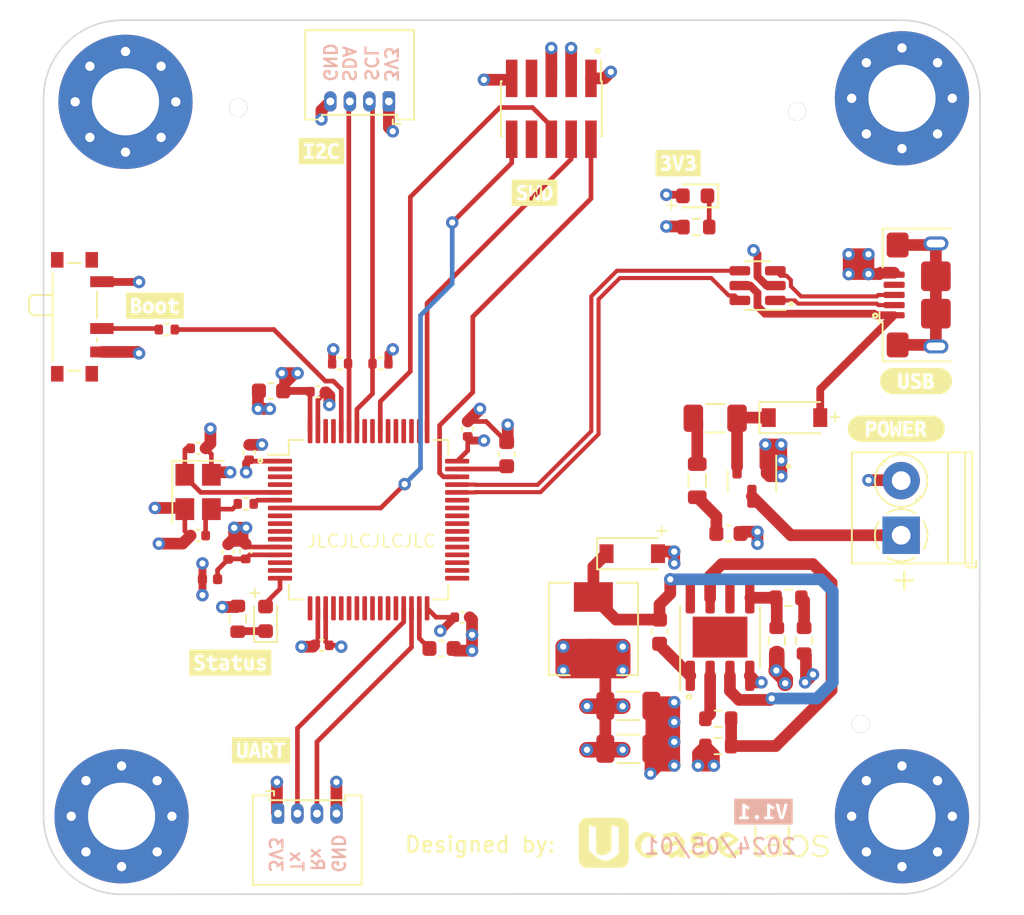
<source format=kicad_pcb>
(kicad_pcb (version 20240108) (generator "pcbnew") (generator_version "8.0")
  (layers (0 "F.Cu" signal) (1 "In1.Cu" power) (2 "In2.Cu" power) (31 "B.Cu" signal) (34 "B.Paste" user) (35 "F.Paste" user) (36 "B.SilkS" user "B.Silkscreen") (37 "F.SilkS" user "F.Silkscreen") (38 "B.Mask" user) (39 "F.Mask" user) (44 "Edge.Cuts" user))
  (net 0 "")
  (net 1 "Net-(U1-VCAP_1)")
  (net 2 "GND")
  (net 3 "+3V3")
  (net 4 "Net-(U1-VCAP_2)")
  (net 5 "BUCK_IN")
  (net 6 "HSE_IN")
  (net 7 "+3.3VA")
  (net 8 "Net-(C13-Pad1)")
  (net 9 "BUCK_BST")
  (net 10 "BUCK_SW")
  (net 11 "Net-(D1-K)")
  (net 12 "LED_STATUS")
  (net 13 "Net-(D2-K)")
  (net 14 "+5V")
  (net 15 "Net-(D4-K)")
  (net 16 "+12V")
  (net 17 "Net-(F1-Pad2)")
  (net 18 "USB_CONN_D-")
  (net 19 "USB_CONN_D+")
  (net 21 "I2C1_SCL")
  (net 22 "I2C1_SDA")
  (net 23 "SWDIO")
  (net 24 "SWCLK")
  (net 25 "SWO")
  (net 28 "NRST")
  (net 29 "UART3_TX")
  (net 30 "UART3_RX")
  (net 31 "BOOT0")
  (net 32 "Net-(SW1-B)")
  (net 33 "BUCK_EN")
  (net 34 "HSE_OUT")
  (net 35 "BUCK_FB")
  (net 36 "Net-(R10-Pad1)")
  (net 67 "USB_D-")
  (net 68 "USB_D+")
  (footprint "Fuse:Fuse_1206_3216Metric" (layer "F.Cu") (at 92.033 57.4987 180)
    (property "Reference" "F1")
    (property "Value" "250mA")
  )
  (footprint "kibuzzard-6631EB7E" (layer "F.Cu") (at 104.902 55.118)
    (property "Reference" "kibuzzard-6631EB7E" (hide yes))
    (property "Value" "G***" (hide yes))
  )
  (footprint "Capacitor_SMD:C_0603_1608Metric" (layer "F.Cu") (at 78.673 59.798 90)
    (property "Reference" "C3")
    (property "Value" "2u2")
  )
  (footprint "kibuzzard-6631ED24" (layer "F.Cu") (at 60.96 73.152)
    (property "Reference" "kibuzzard-6631ED24" (hide yes))
    (property "Value" "G***" (hide yes))
  )
  (footprint "LED_SMD:LED_0603_1608Metric" (layer "F.Cu") (at 63.221 70.35 90)
    (property "Reference" "D1")
    (property "Value" "BLUE")
  )
  (footprint "Capacitor_SMD:C_0603_1608Metric" (layer "F.Cu") (at 88.468 71.176 90)
    (property "Reference" "C16")
    (property "Value" "10n")
  )
  (footprint "Package_SO:SOIC-8-1EP_3.9x4.9mm_P1.27mm_EP2.62x3.51mm" (layer "F.Cu") (at 92.343 71.521 90)
    (property "Reference" "U2")
    (property "Value" "MP2303ADN")
  )
  (footprint "LED_SMD:LED_0603_1608Metric" (layer "F.Cu") (at 90.75 43.25 180)
    (property "Reference" "D4")
    (property "Value" "RED")
  )
  (footprint "Resistor_SMD:R_0603_1608Metric" (layer "F.Cu") (at 90.825 45.25 180)
    (property "Reference" "R11")
    (property "Value" "1k")
  )
  (footprint "Diode_SMD:D_SOD-123" (layer "F.Cu") (at 86.718 66.176)
    (property "Reference" "D3")
    (property "Value" "B5819W")
  )
  (footprint "Capacitor_SMD:C_0402_1005Metric" (layer "F.Cu") (at 76.175 58.186 90)
    (property "Reference" "C7")
    (property "Value" "100n")
  )
  (footprint "kibuzzard-6631EC82" (layer "F.Cu") (at 80.4672 43.053)
    (property "Reference" "kibuzzard-6631EC82" (hide yes))
    (property "Value" "G***" (hide yes))
  )
  (footprint "Crystal:Crystal_SMD_3225-4Pin_3.2x2.5mm" (layer "F.Cu") (at 58.903 62.222 -90)
    (property "Reference" "Y1")
    (property "Value" "16MHz")
  )
  (footprint "Resistor_SMD:R_0603_1608Metric" (layer "F.Cu") (at 96.728 69.001)
    (property "Reference" "R9")
    (property "Value" "15k")
  )
  (footprint "Capacitor_SMD:C_0402_1005Metric" (layer "F.Cu") (at 58.903 65.016 180)
    (property "Reference" "C13")
    (property "Value" "12p")
  )
  (footprint "Capacitor_SMD:C_0402_1005Metric" (layer "F.Cu") (at 61.951 66.032 90)
    (property "Reference" "C11")
    (property "Value" "1u")
  )
  (footprint "Assets:JLCPC_1.152 Tooling hole" (layer "F.Cu") (at 97.782 40.846)
    (property "Reference" "REF**" (hide yes))
    (property "Value" "JLCPC_1.152 Tooling hole")
  )
  (footprint "Capacitor_SMD:C_0402_1005Metric" (layer "F.Cu") (at 60.825 66.06 90)
    (property "Reference" "C12")
    (property "Value" "10u")
  )
  (footprint "kibuzzard-6631EB97" (layer "F.Cu") (at 62.9362 78.7734)
    (property "Reference" "kibuzzard-6631EB97" (hide yes))
    (property "Value" "G***" (hide yes))
  )
  (footprint "Button_Switch_SMD:SW_SPDT_PCM12" (layer "F.Cu") (at 51.308 51 -90)
    (property "Reference" "SW1")
    (property "Value" "SW_SPDT")
  )
  (footprint "Capacitor_SMD:C_0402_1005Metric" (layer "F.Cu") (at 75.825 70.25)
    (property "Reference" "C6")
    (property "Value" "100n")
  )
  (footprint "MountingHole:MountingHole_4.3mm_M4_Pad_Via" (layer "F.Cu") (at 104 37)
    (property "Reference" "H1")
    (property "Value" "MountingHole_Pad")
  )
  (footprint "Capacitor_SMD:C_0402_1005Metric" (layer "F.Cu") (at 58.903 59.428)
    (property "Reference" "C10")
    (property "Value" "12p")
  )
  (footprint "Capacitor_SMD:C_0402_1005Metric" (layer "F.Cu") (at 66.825 72.048 180)
    (property "Reference" "C5")
    (property "Value" "100n")
  )
  (footprint "Package_TO_SOT_SMD:SOT-23-6" (layer "F.Cu") (at 94.75 49 180)
    (property "Reference" "U3")
    (property "Value" "USBLC6-2SC6")
  )
  (footprint "Capacitor_SMD:C_0402_1005Metric" (layer "F.Cu") (at 66.575 55.798)
    (property "Reference" "C9")
    (property "Value" "100n")
  )
  (footprint "Diode_SMD:D_SOD-123" (layer "F.Cu") (at 97.113 57.4587)
    (property "Reference" "D2")
    (property "Value" "B5819W")
  )
  (footprint "Inductor_SMD:L_Sunlord_MWSA0518S" (layer "F.Cu") (at 84.228 71.001 -90)
    (property "Reference" "L2")
    (property "Value" "10u")
  )
  (footprint "kibuzzard-6631ED4F" (layer "F.Cu") (at 89.662 41.148)
    (property "Reference" "kibuzzard-6631ED4F" (hide yes))
    (property "Value" "G***" (hide yes))
  )
  (footprint "Assets:ucase" (layer "F.Cu") (at 91.2876 85.0138)
    (property "Reference" "G***" (hide yes))
    (property "Value" "LOGO" (hide yes))
  )
  (footprint "MountingHole:MountingHole_4.3mm_M4_Pad_Via" (layer "F.Cu") (at 104 83)
    (property "Reference" "H2")
    (property "Value" "MountingHole_Pad")
  )
  (footprint "Assets:JLCPC_1.152 Tooling hole" (layer "F.Cu") (at 101.854 80.0862)
    (property "Reference" "REF**" (hide yes))
    (property "Value" "JLCPC_1.152 Tooling hole")
  )
  (footprint "Resistor_SMD:R_0402_1005Metric" (layer "F.Cu") (at 68 54)
    (property "Reference" "R6")
    (property "Value" "2k2")
  )
  (footprint "kibuzzard-6631EBD3" (layer "F.Cu") (at 103.632 58.166)
    (property "Reference" "kibuzzard-6631EBD3" (hide yes))
    (property "Value" "G***" (hide yes))
  )
  (footprint "Resistor_SMD:R_0603_1608Metric" (layer "F.Cu") (at 92.228 76.751)
    (property "Reference" "R4")
    (property "Value" "100k")
  )
  (footprint "Inductor_SMD:L_0805_2012Metric" (layer "F.Cu") (at 90.883 61.4987 -90)
    (property "Reference" "FB1")
    (property "Value" "600 @ 600MHz")
  )
  (footprint "Resistor_SMD:R_0402_1005Metric" (layer "F.Cu") (at 70.587 54 180)
    (property "Reference" "R2")
    (property "Value" "2k2")
  )
  (footprint "Capacitor_SMD:C_1206_3216Metric" (layer "F.Cu") (at 86.468 78.676)
    (property "Reference" "C15")
    (property "Value" "10u")
  )
  (footprint "Package_QFP:LQFP-64_10x10mm_P0.5mm" (layer "F.Cu") (at 69.825 64)
    (property "Reference" "U1")
    (property "Value" "STM32F405RGT6")
  )
  (footprint "Connector_Molex:Molex_PicoBlade_53048-0410_1x04_P1.25mm_Horizontal" (layer "F.Cu") (at 64.0172 82.8294)
    (property "Reference" "J5")
    (property "Value" "Conn_01x04")
  )
  (footprint "Resistor_SMD:R_0603_1608Metric" (layer "F.Cu") (at 61.443 70.35 90)
    (property "Reference" "R1")
    (property "Value" "1k5")
  )
  (footprint "Connector_PinHeader_1.27mm:PinHeader_2x05_P1.27mm_Vertical_SMD" (layer "F.Cu") (at 81.534 37.674 -90)
    (property "Reference" "J4")
    (property "Value" "SWD")
  )
  (footprint "MountingHole:MountingHole_4.3mm_M4_Pad_Via" (layer "F.Cu") (at 54 83)
    (property "Reference" "H3")
    (property "Value" "MountingHole_Pad")
  )
  (footprint "Capacitor_SMD:C_0402_1005Metric" (layer "F.Cu") (at 62.173 59.682 90)
    (property "Reference" "C4")
    (property "Value" "100n")
  )
  (footprint "Connector_Molex:Molex_PicoBlade_53048-0410_1x04_P1.25mm_Horizontal" (layer "F.Cu") (at 71.125 37.2 180)
    (property "Reference" "J3")
    (property "Value" "Conn_01x04")
  )
  (footprint "Resistor_SMD:R_0603_1608Metric" (layer "F.Cu") (at 97.728 71.751 -90)
    (property "Reference" "R10")
    (property "Value" "270")
  )
  (footprint "Resistor_SMD:R_0603_1608Metric" (layer "F.Cu") (at 92.228 78.501 180)
    (property "Reference" "R5")
    (property "Value" "68k")
  )
  (footprint "Capacitor_SMD:C_0603_1608Metric" (layer "F.Cu") (at 92.883 64.8837)
    (property "Reference" "C8")
    (property "Value" "10u")
  )
  (footprint "Resistor_SMD:R_0402_1005Metric" (layer "F.Cu") (at 56.896 51.816 180)
    (property "Reference" "R3")
    (property "Value" "10k")
  )
  (footprint "Capacitor_SMD:C_0603_1608Metric" (layer "F.Cu") (at 63.575 55.75 180)
    (property "Reference" "C2")
    (property "Value" "4u7")
  )
  (footprint "Resistor_SMD:R_0402_1005Metric" (layer "F.Cu") (at 61.953 62.984 180)
    (property "Reference" "R7")
    (property "Value" "47")
  )
  (footprint "MountingHole:MountingHole_4.3mm_M4_Pad_Via" (layer "F.Cu") (at 54.25 37.225)
    (property "Reference" "H4")
    (property "Value" "MountingHole_Pad")
  )
  (footprint "kibuzzard-6631EB89" (layer "F.Cu") (at 66.802 40.386)
    (property "Reference" "kibuzzard-6631EB89" (hide yes))
    (property "Value" "G***" (hide yes))
  )
  (footprint "Package_TO_SOT_SMD:SOT-23" (layer "F.Cu") (at 94.383 61.5612 -90)
    (property "Reference" "Q1")
    (property "Value" "AO3401A")
  )
  (footprint "Resistor_SMD:R_0603_1608Metric" (layer "F.Cu") (at 95.978 71.751 90)
    (property "Reference" "R8")
    (property "Value" "47k")
  )
  (footprint "Capacitor_SMD:C_1206_3216Metric" (layer "F.Cu") (at 86.468 75.926)
    (property "Reference" "C14")
    (property "Value" "10u")
  )
  (footprint "Inductor_SMD:L_0402_1005Metric" (layer "F.Cu") (at 59.665 67.81)
    (property "Reference" "L1")
    (property "Value" "39n")
  )
  (footprint "Connector_USB:USB_Micro-B_Amphenol_10118193-0002LF_Horizontal" (layer "F.Cu") (at 106.172 49.6 90)
    (property "Reference" "J1")
    (property "Value" "USB_B_Micro")
  )
  (footprint "TerminalBlock_Phoenix:TerminalBlock_Phoenix_PT-1,5-2-3.5-H_1x02_P3.50mm_Horizontal" (layer "F.Cu") (at 103.948 64.996 90)
    (property "Reference" "J2")
    (property "Value" "Screw_Terminal_01x02")
  )
  (footprint "kibuzzard-6631ED5C" (layer "F.Cu") (at 56.134 50.292)
    (property "Reference" "kibuzzard-6631ED5C" (hide yes))
    (property "Value" "G***" (hide yes))
  )
  (footprint "Capacitor_SMD:C_0603_1608Metric" (layer "F.Cu") (at 74.5 72.25)
    (property "Reference" "C1")
    (property "Value" "2u2")
  )
  (footprint "Assets:JLCPC_1.152 Tooling hole" (layer "F.Cu") (at 61.976 40.592)
    (property "Reference" "REF**" (hide yes))
    (property "Value" "JLCPC_1.152 Tooling hole")
  )
  (footprint "kibuzzard-6631F910" (layer "B.Cu") (at 95.123 82.7024 180)
    (property "Reference" "kibuzzard-6631F910" (hide yes))
    (property "Value" "G***" (hide yes))
  )
  (gr_circle (center 96.7232 60.579) (end 96.6978 60.579) (stroke (width 0.15)) (fill none) (layer "F.SilkS"))
  (gr_circle (center 84.5058 33.9598) (end 84.5312 34.0106) (stroke (width 0.15)) (fill none) (layer "F.SilkS"))
  (gr_circle (center 102.2858 50.927) (end 102.3366 50.9524) (stroke (width 0.15)) (fill none) (layer "F.SilkS"))
  (gr_circle (center 96.901 50.165) (end 96.901 50.1904) (stroke (width 0.15)) (fill none) (layer "F.SilkS"))
  (gr_circle (center 62.8904 60.2234) (end 62.9158 60.2488) (stroke (width 0.15)) (fill none) (layer "F.SilkS"))
  (gr_circle (center 90.3478 75.3364) (end 90.3986 75.3618) (stroke (width 0.15)) (fill none) (layer "F.SilkS"))
  (gr_line (start 54 32) (end 104 32) (stroke (width 0.1)) (layer "Edge.Cuts"))
  (gr_arc (start 49 37) (mid 50.464466 33.464466) (end 54 32) (stroke (width 0.1)) (layer "Edge.Cuts"))
  (gr_line (start 49 37) (end 49 83) (stroke (width 0.1)) (layer "Edge.Cuts"))
  (gr_arc (start 108.965999 83.198) (mid 107.443567 86.583601) (end 104 87.969945) (stroke (width 0.1)) (layer "Edge.Cuts"))
  (gr_line (start 109 37) (end 108.966 83.198) (stroke (width 0.1)) (layer "Edge.Cuts"))
  (gr_arc (start 104 32) (mid 107.535534 33.464466) (end 109 37) (stroke (width 0.1)) (layer "Edge.Cuts"))
  (gr_arc (start 54 88) (mid 50.464466 86.535534) (end 49 83) (stroke (width 0.1)) (layer "Edge.Cuts"))
  (gr_line (start 104 87.969945) (end 54 88) (stroke (width 0.1)) (layer "Edge.Cuts"))
  (gr_text "2024/05/01" (at 97.3074 85.5218 0) (layer "B.SilkS") (effects (font (size 1 1)) (justify left bottom mirror)))
  (gr_text "SCL" (at 69.5198 35.9664 270) (layer "B.SilkS") (effects (font (size 0.8 0.8)) (justify left bottom mirror)))
  (gr_text "SDA" (at 68.0974 36.0172 270) (layer "B.SilkS") (effects (font (size 0.8 0.8)) (justify left bottom mirror)))
  (gr_text "Tx" (at 64.7396 86.622 -90) (layer "B.SilkS") (effects (font (size 0.8 0.8)) (justify left bottom mirror)))
  (gr_text "3V3" (at 70.7898 36.0172 270) (layer "B.SilkS") (effects (font (size 0.8 0.8)) (justify left bottom mirror)))
  (gr_text "GND" (at 67.4066 86.6982 -90) (layer "B.SilkS") (effects (font (size 0.8 0.8)) (justify left bottom mirror)))
  (gr_text "GND" (at 66.8782 36.0172 270) (layer "B.SilkS") (effects (font (size 0.8 0.8)) (justify left bottom mirror)))
  (gr_text "3V3" (at 63.3934 86.6474 -90) (layer "B.SilkS") (effects (font (size 0.8 0.8)) (justify left bottom mirror)))
  (gr_text "Rx" (at 66.0604 86.5966 -90) (layer "B.SilkS") (effects (font (size 0.8 0.8)) (justify left bottom mirror)))
  (gr_text "+" (at 88.0364 65.1256 0) (layer "F.SilkS") (effects (font (size 0.8 0.8) (thickness 0.1)) (justify left bottom)))
  (gr_text "JLCJLCJLCJLC" (at 65.8114 65.8368 0) (layer "F.SilkS") (effects (font (size 0.8 0.8) (thickness 0.1)) (justify left bottom)))
  (gr_text "+" (at 99.1616 57.8358 0) (layer "F.SilkS") (effects (font (size 0.8 0.8) (thickness 0.1)) (justify left bottom)))
  (gr_text "+" (at 61.976 69.1134 0) (layer "F.SilkS") (effects (font (size 0.8 0.8) (thickness 0.1)) (justify left bottom)))
  (gr_text "Designed by:" (at 72.0598 85.3948 0) (layer "F.SilkS") (effects (font (size 1 1)) (justify left bottom)))
  (gr_text "+" (at 103.124 68.6562 0) (layer "F.SilkS") (effects (font (size 1.5 1.5)) (justify left bottom)))
  (gr_text "+" (at 88.6714 44.2722 0) (layer "F.SilkS") (effects (font (size 0.8 0.8) (thickness 0.1)) (justify left bottom)))
  (segment (start 73.725 72.25) (end 73.075 71.6) (width 0.3) (layer "F.Cu") (net 1))
  (segment (start 73.075 71.6) (end 73.075 69.675) (width 0.3) (layer "F.Cu") (net 1))
  (segment (start 94.742 65.532) (end 94.742 64.77) (width 0.75) (layer "F.Cu") (net 2))
  (segment (start 89.408 79.756) (end 89.408 79.248) (width 0.75) (layer "F.Cu") (net 2))
  (segment (start 62.738 56.896) (end 63.5 56.896) (width 0.75) (layer "F.Cu") (net 2))
  (segment (start 102.639636 48.175) (end 103.497 48.175) (width 0.75) (layer "F.Cu") (net 2))
  (segment (start 88.646 77.47) (end 88.646 76.962) (width 0.75) (layer "F.Cu") (net 2))
  (segment (start 89.408 79.756) (end 89.023 79.756) (width 0.75) (layer "F.Cu") (net 2))
  (segment (start 96.266 61.214) (end 96.266 59.182) (width 0.75) (layer "F.Cu") (net 2))
  (segment (start 67.7622 80.8054) (end 67.7622 82.8244) (width 0.75) (layer "F.Cu") (net 2))
  (segment (start 67.31 56.642) (end 67.31 56.053) (width 0.75) (layer "F.Cu") (net 2))
  (segment (start 59.753 59.798) (end 59.383 59.428) (width 0.3) (layer "F.Cu") (net 2))
  (segment (start 88.9 45.212) (end 89.962 45.212) (width 0.75) (layer "F.Cu") (net 2))
  (segment (start 95.8875 49) (end 95.322316 49) (width 0.5) (layer "F.Cu") (net 2))
  (segment (start 77.356 57.706) (end 76.175 57.706) (width 0.3) (layer "F.Cu") (net 2))
  (segment (start 59.915 60.96) (end 59.753 61.122) (width 0.75) (layer "F.Cu") (net 2))
  (segment (start 62.738 55.812) (end 62.8 55.75) (width 0.75) (layer "F.Cu") (net 2))
  (segment (start 65.532 72.136) (end 66.257 72.136) (width 0.75) (layer "F.Cu") (net 2))
  (segment (start 61.214 64.815) (end 61.951 65.552) (width 0.75) (layer "F.Cu") (net 2))
  (segment (start 89.408 75.692) (end 88.177 75.692) (width 0.75) (layer "F.Cu") (net 2))
  (segment (start 94.742 48.419684) (end 94.742 46.99) (width 0.5) (layer "F.Cu") (net 2))
  (segment (start 106.072 52.8) (end 106.172 52.9) (width 0.75) (layer "F.Cu") (net 2))
  (segment (start 87.943 75.926) (end 88.646 76.629) (width 0.75) (layer "F.Cu") (net 2))
  (segment (start 95.333 61.043) (end 95.504 61.214) (width 0.75) (layer "F.Cu") (net 2))
  (segment (start 67.055 55.844846) (end 67.055 55.798) (width 0.3) (layer "F.Cu") (net 2))
  (segment (start 89.408 79.248) (end 88.9 78.74) (width 0.75) (layer "F.Cu") (net 2))
  (segment (start 81.534 35.724) (end 81.534 33.782) (width 0.75) (layer "F.Cu") (net 2))
  (segment (start 88.9 78.74) (end 88.5805 79.0595) (width 0.75) (layer "F.Cu") (net 2))
  (segment (start 93.7717 64.77) (end 93.658 64.8837) (width 0.75) (layer "F.Cu") (net 2))
  (segment (start 95.322316 49) (end 94.742 48.419684) (width 0.5) (layer "F.Cu") (net 2))
  (segment (start 101.854 46.99) (end 101.854 48.26) (width 0.75) (layer "F.Cu") (net 2))
  (segment (start 76.962 56.896) (end 76.962 56.919) (width 0.75) (layer "F.Cu") (net 2))
  (segment (start 66.802 38.354) (end 66.802 37.773) (width 0.75) (layer "F.Cu") (net 2))
  (segment (start 66.575 69.675) (end 66.575 71.818) (width 0.3) (layer "F.Cu") (net 2))
  (segment (start 61.976 65.527) (end 61.951 65.552) (width 0.3) (layer "F.Cu") (net 2))
  (segment (start 89.023 79.756) (end 88.5805 79.3135) (width 0.75) (layer "F.Cu") (net 2))
  (segment (start 91.948 79.756) (end 91.048 78.856) (width 0.75) (layer "F.Cu") (net 2))
  (segment (start 56.134 63.246) (end 57.977 63.246) (width 0.75) (layer "F.Cu") (net 2))
  (segment (start 100.584 46.99) (end 100.584 48.26) (width 0.75) (layer "F.Cu") (net 2))
  (segment (start 88.392 79.756) (end 87.884 80.264) (width 0.75) (layer "F.Cu") (net 2))
  (segment (start 97.849 72.697) (end 97.728 72.576) (width 0.75) (layer "F.Cu") (net 2))
  (segment (start 89.408 66.04) (end 88.504 66.04) (width 0.75) (layer "F.Cu") (net 2))
  (segment (start 97.849 74.363) (end 97.849 72.697) (width 0.75) (layer "F.Cu") (net 2))
  (segment (start 76.962 56.919) (end 76.175 57.706) (width 0.75) (layer "F.Cu") (net 2))
  (segment (start 89.408 75.692) (end 89.408 79.756) (width 0.75) (layer "F.Cu") (net 2))
  (segment (start 96.266 61.214) (end 95.50435 60.45235) (width 0.75) (layer "F.Cu") (net 2))
  (segment (start 78.904 35.814) (end 78.994 35.724) (width 0.75) (layer "F.Cu") (net 2))
  (segment (start 56.388 65.532) (end 57.907 65.532) (width 0.75) (layer "F.Cu") (net 2))
  (segment (start 61.214 64.516) (end 61.214 64.815) (width 0.75) (layer "F.Cu") (net 2))
  (segment (start 106.072 46.4) (end 106.172 46.3) (width 0.75) (layer "F.Cu") (net 2))
  (segment (start 58.423 65.016) (end 58.341 65.016) (width 0.3) (layer "F.Cu") (net 2))
  (segment (start 78.673 59.023) (end 77.356 57.706) (width 0.3) (layer "F.Cu") (net 2))
  (segment (start 90.932 79.756) (end 91.948 79.756) (width 0.75) (layer "F.Cu") (net 2))
  (segment (start 103.92 61.468) (end 103.948 61.496) (width 0.75) (layer "F.Cu") (net 2))
  (segment (start 66.575 56.324846) (end 67.055 55.844846) (width 0.3) (layer "F.Cu") (net 2))
  (segment (start 62.738 56.896) (end 62.738 55.812) (width 0.75) (layer "F.Cu") (net 2))
  (segment (start 88.387 78.232) (end 87.943 78.676) (width 0.75) (layer "F.Cu") (net 2))
  (segment (start 82.804 33.782) (end 82.804 35.724) (width 0.75) (layer "F.Cu") (net 2))
  (segment (start 89.154 76.454) (end 88.646 76.962) (width 0.75) (layer "F.Cu") (net 2))
  (segment (start 88.197 76.962) (end 87.943 77.216) (width 0.75) (layer "F.Cu") (net 2))
  (segment (start 91.048 78.856) (end 91.403 78.501) (width 0.75) (layer "F.Cu") (net 2))
  (segment (start 60.825 65.58) (end 61.923 65.58) (width 0.3) (layer "F.Cu") (net 2))
  (segment (start 62.173 59.202) (end 62.972 59.202) (width 0.75) (layer "F.Cu") (net 2))
  (segment (start 89.408 76.2) (end 89.154 76.454) (width 0.75) (layer "F.Cu") (net 2))
  (segment (start 62.149 65.75) (end 64.15 65.75) (width 0.3) (layer "F.Cu") (net 2))
  (segment (start 103.722 46.4) (end 106.072 46.4) (width 0.75) (layer "F.Cu") (net 2))
  (segment (start 96.266 60.198) (end 95.7587 60.198) (width 0.75) (layer "F.Cu") (net 2))
  (segment (start 60.452 69.596) (end 61.372 69.596) (width 0.75) (layer "F.Cu") (net 2))
  (segment (start 88.626 75.926) (end 89.154 76.454) (width 0.75) (layer "F.Cu") (net 2))
  (segment (start 95.25 59.182) (end 95.25 60.5407) (width 0.75) (layer "F.Cu") (net 2))
  (segment (start 87.943 77.724) (end 87.943 77.216) (width 0.75) (layer "F.Cu") (net 2))
  (segment (start 88.177 75.692) (end 87.943 75.926) (width 0.75) (layer "F.Cu") (net 2))
  (segment (start 88.646 76.962) (end 88.197 76.962) (width 0.75) (layer "F.Cu") (net 2))
  (segment (start 87.943 78.676) (end 87.943 77.724) (width 0.75) (layer "F.Cu") (net 2))
  (segment (start 89.408 78.232) (end 88.646 77.47) (width 0.75) (layer "F.Cu") (net 2))
  (segment (start 57.907 65.532) (end 58.423 65.016) (width 0.75) (layer "F.Cu") (net 2))
  (segment (start 94.742 64.77) (end 93.7717 64.77) (width 0.75) (layer "F.Cu") (net 2))
  (segment (start 87.943 77.216) (end 87.943 75.926) (width 0.75) (layer "F.Cu") (net 2))
  (segment (start 88.646 76.629) (end 88.646 76.962) (width 0.75) (layer "F.Cu") (net 2))
  (segment (start 95.333 60.6237) (end 95.333 61.043) (width 0.75) (layer "F.Cu") (net 2))
  (segment (start 89.408 75.692) (end 89.408 76.2) (width 0.75) (layer "F.Cu") (net 2))
  (segment (start 90.932 79.756) (end 90.932 78.972) (width 0.75) (layer "F.Cu") (net 2))
  (segment (start 102.554636 48.26) (end 102.639636 48.175) (width 0.75) (layer "F.Cu") (net 2))
  (segment (start 67.1 55.843) (end 67.055 55.843) (width 0.75) (layer "F.Cu") (net 2))
  (segment (start 61.214 64.516) (end 61.976 64.516) (width 0.75) (layer "F.Cu") (net 2))
  (segment (start 89.408 66.802) (end 89.408 66.04) (width 0.75) (layer "F.Cu") (net 2))
  (segment (start 89.027 77.851) (end 88.07 77.851) (width 0.75) (layer "F.Cu") (net 2))
  (segment (start 87.884 78.735) (end 87.943 78.676) (width 0.75) (layer "F.Cu") (net 2))
  (segment (start 75.415 72.39) (end 75.275 72.25) (width 0.75) (layer "F.Cu") (net 2))
  (segment (start 78.74 57.912) (end 78.74 58.956) (width 0.75) (layer "F.Cu") (net 2))
  (segment (start 61.214 64.516) (end 61.214 65.191) (width 0.75) (layer "F.Cu") (net 2))
  (segment (start 58.341 65.016) (end 58.053 64.728) (width 0.3) (layer "F.Cu") (net 2))
  (segment (start 97.79 74.422) (end 97.849 74.363) (width 0.75) (layer "F.Cu") (net 2))
  (segment (start 91.948 79.756) (end 91.948 79.046) (width 0.75) (layer "F.Cu") (net 2))
  (segment (start 101.854 61.468) (end 103.92 61.468) (width 0.75) (layer "F.Cu") (net 2))
  (segment (start 89.408 78.232) (end 88.9 78.74) (width 0.75) (layer "F.Cu") (net 2))
  (segment (start 66.802 37.773) (end 67.375 37.2) (width 0.75) (layer "F.Cu") (net 2))
  (segment (start 59.753 61.122) (end 59.753 59.798) (width 0.3) (layer "F.Cu") (net 2))
  (segment (start 66.575 58.325) (end 66.575 56.324846) (width 0.3) (layer "F.Cu") (net 2))
  (segment (start 97.79 74.422) (end 98.298 73.914) (width 0.75) (layer "F.Cu") (net 2))
  (segment (start 94.742 46.99) (end 94.488 46.736) (width 0.5) (layer "F.Cu") (net 2))
  (segment (start 96.266 59.944) (end 95.504 59.182) (width 0.75) (layer "F.Cu") (net 2))
  (segment (start 87.943 75.926) (end 88.626 75.926) (width 0.75) (layer "F.Cu") (net 2))
  (segment (start 61.214 65.191) (end 60.825 65.58) (width 0.75) (layer "F.Cu") (net 2))
  (segment (start 94.996 74.422) (end 94.669 74.422) (width 0.75) (layer "F.Cu") (net 2))
  (segment (start 89.408 78.232) (end 88.387 78.232) (width 0.75) (layer "F.Cu") (net 2))
  (segment (start 67.7622 82.8244) (end 67.7672 82.8294) (width 0.75) (layer "F.Cu") (net 2))
  (segment (start 88.504 66.04) (end 88.368 66.176) (width 0.75) (layer "F.Cu") (net 2))
  (segment (start 87.884 80.264) (end 87.884 78.735) (width 0.75) (layer "F.Cu") (net 2))
  (segment (start 61.976 64.516) (end 61.976 65.527) (width 0.3) (layer "F.Cu") (net 2))
  (segment (start 101.854 48.26) (end 102.554636 48.26) (width 0.75) (layer "F.Cu") (net 2))
  (segment (start 94.669 74.422) (end 94.248 74.001) (width 0.75) (layer "F.Cu") (net 2))
  (segment (start 62.972 59.202) (end 62.992 59.182) (width 0.75) (layer "F.Cu") (net 2))
  (segment (start 67.31 56.053) (end 67.1 55.843) (width 0.75) (layer "F.Cu") (net 2))
  (segment (start 100.584 48.26) (end 101.854 46.99) (width 0.75) (layer "F.Cu") (net 2))
  (segment (start 59.69 59.121) (end 59.383 59.428) (width 0.75) (layer "F.Cu") (net 2))
  (segment (start 55.118 53.34) (end 55.028 53.25) (width 0.75) (layer "F.Cu") (net 2))
  (segment (start 95.50435 60.45235) (end 95.333 60.6237) (width 0.75) (layer "F.Cu") (net 2))
  (segment (start 95.7587 60.198) (end 95.50435 60.45235) (width 0.75) (layer "F.Cu") (net 2))
  (segment (start 57.977 63.246) (end 58.053 63.322) (width 0.75) (layer "F.Cu") (net 2))
  (segment (start 55.028 53.25) (end 52.738 53.25) (width 0.75) (layer "F.Cu") (net 2))
  (segment (start 60.96 60.96) (end 59.915 60.96) (width 0.75) (layer "F.Cu") (net 2))
  (segment (start 88.07 77.851) (end 87.943 77.724) (width 0.75) (layer "F.Cu") (net 2))
  (segment (start 90.932 78.972) (end 91.048 78.856) (width 0.75) (layer "F.Cu") (net 2))
  (segment (start 88.5805 79.3135) (end 87.943 78.676) (width 0.75) (layer "F.Cu") (net 2))
  (segment (start 89.962 45.212) (end 90 45.25) (width 0.75) (layer "F.Cu") (net 2))
  (segment (start 66.575 71.818) (end 66.345 72.048) (width 0.3) (layer "F.Cu") (net 2))
  (segment (start 100.584 46.99) (end 101.854 46.99) (width 0.75) (layer "F.Cu") (net 2))
  (segment (start 91.948 79.046) (end 91.403 78.501) (width 0.75) (layer "F.Cu") (net 2))
  (segment (start 96.266 60.198) (end 96.266 59.944) (width 0.75) (layer "F.Cu") (net 2))
  (segment (start 89.408 78.232) (end 89.027 77.851) (width 0.75) (layer "F.Cu") (net 2))
  (segment (start 76.454 72.39) (end 76.454 70.399) (width 0.75) (layer "F.Cu") (net 2))
  (segment (start 95.504 59.182) (end 96.266 59.182) (width 0.75) (layer "F.Cu") (net 2))
  (segment (start 89.408 79.756) (end 88.392 79.756) (width 0.75) (layer "F.Cu") (net 2))
  (segment (start 89.408 76.962) (end 88.646 76.962) (width 0.75) (layer "F.Cu") (net 2))
  (segment (start 59.69 58.166) (end 59.69 59.121) (width 0.75) (layer "F.Cu") (net 2))
  (segment (start 58.053 64.728) (end 58.053 63.322) (width 0.3) (layer "F.Cu") (net 2))
  (segment (start 76.454 72.39) (end 75.415 72.39) (width 0.75) (layer "F.Cu") (net 2))
  (segment (start 95.25 60.5407) (end 95.333 60.6237) (width 0.75) (layer "F.Cu") (net 2))
  (segment (start 103.722 52.8) (end 106.072 52.8) (width 0.75) (layer "F.Cu") (net 2))
  (segment (start 78.74 58.956) (end 78.673 59.023) (width 0.75) (layer "F.Cu") (net 2))
  (segment (start 61.951 65.552) (end 62.149 65.75) (width 0.3) (layer "F.Cu") (net 2))
  (segment (start 101.854 48.26) (end 100.584 48.26) (width 0.75) (layer "F.Cu") (net 2))
  (segment (start 106.172 46.3) (end 106.172 52.9) (width 0.75) (layer "F.Cu") (net 2))
  (segment (start 76.454 70.399) (end 76.305 70.25) (width 0.75) (layer "F.Cu") (net 2))
  (segment (start 95.504 61.214) (end 96.266 61.214) (width 0.75) (layer "F.Cu") (net 2))
  (segment (start 61.923 65.58) (end 61.951 65.552) (width 0.3) (layer "F.Cu") (net 2))
  (segment (start 61.372 69.596) (end 61.443 69.525) (width 0.75) (layer "F.Cu") (net 2))
  (segment (start 77.216 35.814) (end 78.904 35.814) (width 0.75) (layer "F.Cu") (net 2))
  (segment (start 88.5805 79.0595) (end 88.5805 79.3135) (width 0.75) (layer "F.Cu") (net 2))
  (segment (start 95.25 59.182) (end 95.504 59.182) (width 0.75) (layer "F.Cu") (net 2))
  (segment (start 66.257 72.136) (end 66.345 72.048) (width 0.75) (layer "F.Cu") (net 2))
  (via (at 89.408 66.04) (size 0.8) (drill 0.4) (layers "F.Cu" "B.Cu") (net 2))
  (via (at 94.996 74.422) (size 0.8) (drill 0.4) (layers "F.Cu" "B.Cu") (net 2))
  (via (at 89.408 75.692) (size 0.8) (drill 0.4) (layers "F.Cu" "B.Cu") (net 2))
  (via (at 55.118 53.34) (size 0.8) (drill 0.4) (layers "F.Cu" "B.Cu") (net 2))
  (via (at 63.5 56.896) (size 0.8) (drill 0.4) (layers "F.Cu" "B.Cu") (net 2))
  (via (at 94.742 65.532) (size 0.8) (drill 0.4) (layers "F.Cu" "B.Cu") (net 2))
  (via (at 100.584 48.26) (size 0.8) (drill 0.4) (layers "F.Cu" "B.Cu") (net 2))
  (via (at 95.25 59.182) (size 0.8) (drill 0.4) (layers "F.Cu" "B.Cu") (net 2))
  (via (at 67.7622 80.8054) (size 0.8) (drill 0.4) (layers "F.Cu" "B.Cu") (net 2))
  (via (at 62.738 56.896) (size 0.8) (drill 0.4) (layers "F.Cu" "B.Cu") (net 2))
  (via (at 91.948 79.756) (size 0.8) (drill 0.4) (layers "F.Cu" "B.Cu") (net 2))
  (via (at 88.9 45.212) (size 0.8) (drill 0.4) (layers "F.Cu" "B.Cu") (net 2))
  (via (at 87.884 80.264) (size 0.8) (drill 0.4) (layers "F.Cu" "B.Cu") (net 2))
  (via (at 77.216 35.814) (size 0.8) (drill 0.4) (layers "F.Cu" "B.Cu") (net 2))
  (via (at 81.534 33.782) (size 0.8) (drill 0.4) (layers "F.Cu" "B.Cu") (net 2))
  (via (at 89.408 66.802) (size 0.8) (drill 0.4) (layers "F.Cu" "B.Cu") (net 2))
  (via (at 76.454 72.39) (size 0.8) (drill 0.4) (layers "F.Cu" "B.Cu") (net 2))
  (via (at 101.854 48.26) (size 0.8) (drill 0.4) (layers "F.Cu" "B.Cu") (net 2))
  (via (at 65.532 72.136) (size 0.8) (drill 0.4) (layers "F.Cu" "B.Cu") (net 2))
  (via (at 82.804 33.782) (size 0.8) (drill 0.4) (layers "F.Cu" "B.Cu") (net 2))
  (via (at 60.96 60.96) (size 0.8) (drill 0.4) (layers "F.Cu" "B.Cu") (net 2))
  (via (at 101.854 46.99) (size 0.8) (drill 0.4) (layers "F.Cu" "B.Cu") (net 2))
  (via (at 90.932 79.756) (size 0.8) (drill 0.4) (layers "F.Cu" "B.Cu") (net 2))
  (via (at 96.266 59.182) (size 0.8) (drill 0.4) (layers "F.Cu" "B.Cu") (net 2))
  (via (at 89.408 78.232) (size 0.8) (drill 0.4) (layers "F.Cu" "B.Cu") (net 2))
  (via (at 59.69 58.166) (size 0.8) (drill 0.4) (layers "F.Cu" "B.Cu") (net 2))
  (via (at 96.266 61.214) (size 0.8) (drill 0.4) (layers "F.Cu" "B.Cu") (net 2))
  (via (at 56.388 65.532) (size 0.8) (drill 0.4) (layers "F.Cu" "B.Cu") (net 2))
  (via (at 89.408 79.756) (size 0.8) (drill 0.4) (layers "F.Cu" "B.Cu") (net 2))
  (via (at 61.976 64.516) (size 0.8) (drill 0.4) (layers "F.Cu" "B.Cu") (net 2))
  (via (at 76.962 56.896) (size 0.8) (drill 0.4) (layers "F.Cu" "B.Cu") (net 2))
  (via (at 78.74 57.912) (size 0.8) (drill 0.4) (layers "F.Cu" "B.Cu") (net 2))
  (via (at 62.992 59.182) (size 0.8) (drill 0.4) (layers "F.Cu" "B.Cu") (net 2))
  (via (at 66.802 38.354) (size 0.8) (drill 0.4) (layers "F.Cu" "B.Cu") (net 2))
  (via (at 96.266 60.198) (size 0.8) (drill 0.4) (layers "F.Cu" "B.Cu") (net 2))
  (via (at 100.584 46.99) (size 0.8) (drill 0.4) (layers "F.Cu" "B.Cu") (net 2))
  (via (at 101.854 61.468) (size 0.8) (drill 0.4) (layers "F.Cu" "B.Cu") (net 2))
  (via (at 94.742 64.77) (size 0.8) (drill 0.4) (layers "F.Cu" "B.Cu") (net 2))
  (via (at 60.452 69.596) (size 0.8) (drill 0.4) (layers "F.Cu" "B.Cu") (net 2))
  (via (at 67.31 56.642) (size 0.8) (drill 0.4) (layers "F.Cu" "B.Cu") (net 2))
  (via (at 89.408 76.962) (size 0.8) (drill 0.4) (layers "F.Cu" "B.Cu") (net 2))
  (via (at 98.298 73.914) (size 0.8) (drill 0.4) (layers "F.Cu" "B.Cu") (net 2))
  (via (at 94.488 46.736) (size 0.8) (drill 0.4) (layers "F.Cu" "B.Cu") (net 2))
  (via (at 97.79 74.422) (size 0.8) (drill 0.4) (layers "F.Cu" "B.Cu") (net 2))
  (via (at 76.454 71.374) (size 0.8) (drill 0.4) (layers "F.Cu" "B.Cu") (net 2))
  (via (at 61.214 64.516) (size 0.8) (drill 0.4) (layers "F.Cu" "B.Cu") (net 2))
  (via (at 56.134 63.246) (size 0.8) (drill 0.4) (layers "F.Cu" "B.Cu") (net 2))
  (segment (start 59.182 66.802) (end 59.182 67.808) (width 0.5) (layer "F.Cu") (net 3))
  (segment (start 88.9 43.18) (end 89.8925 43.18) (width 0.5) (layer "F.Cu") (net 3))
  (segment (start 67.984 72.048) (end 68.072 72.136) (width 0.3) (layer "F.Cu") (net 3))
  (segment (start 67.49 54) (end 67.49 53.16) (width 0.5) (layer "F.Cu") (net 3))
  (segment (start 62.261 60.25) (end 62.173 60.162) (width 0.3) (layer "F.Cu") (net 3))
  (segment (start 71.125 38.867) (end 71.374 39.116) (width 0.75) (layer "F.Cu") (net 3))
  (segment (start 67.075 71.818) (end 67.305 72.048) (width 0.3) (layer "F.Cu") (net 3))
  (segment (start 95.978 72.576) (end 95.978 73.63) (width 1) (layer "F.Cu") (net 3))
  (segment (start 83.82 78.74) (end 86.106 78.74) (width 1) (layer "F.Cu") (net 3))
  (segment (start 64.15 60.25) (end 62.261 60.25) (width 0.3) (layer "F.Cu") (net 3))
  (segment (start 84.926 35.724) (end 85.344 35.306) (width 0.75) (layer "F.Cu") (net 3))
  (segment (start 76.437 58.928) (end 76.175 58.666) (width 0.5) (layer "F.Cu") (net 3))
  (segment (start 71.125 37.2) (end 71.125 38.867) (width 0.75) (layer "F.Cu") (net 3))
  (segment (start 86.106 73.66) (end 86.106 72.136) (width 1) (layer "F.Cu") (net 3))
  (segment (start 76.175 58.666) (end 76.175 59.575) (width 0.3) (layer "F.Cu") (net 3))
  (segment (start 82.296 73.66) (end 86.106 73.66) (width 1) (layer "F.Cu") (net 3))
  (segment (start 84.993 73.816) (end 84.228 73.051) (width 0.75) (layer "F.Cu") (net 3))
  (segment (start 59.182 67.808) (end 59.18 67.81) (width 0.5) (layer "F.Cu") (net 3))
  (segment (start 52.756 48.768) (end 52.738 48.75) (width 0.5) (layer "F.Cu") (net 3))
  (segment (start 89.8925 43.18) (end 89.9625 43.25) (width 0.5) (layer "F.Cu") (net 3))
  (segment (start 95.978 73.63) (end 95.948 73.66) (width 1) (layer "F.Cu") (net 3))
  (segment (start 64.35 55.75) (end 64.35 55.538) (width 0.5) (layer "F.Cu") (net 3))
  (segment (start 71.097 54) (end 71.097 53.363) (width 0.5) (layer "F.Cu") (net 3))
  (segment (start 63.9522 80.8054) (end 63.9522 82.7644) (width 0.75) (layer "F.Cu") (net 3))
  (segment (start 64.262 54.61) (end 65.278 54.61) (width 0.75) (layer "F.Cu") (net 3))
  (segment (start 74.15 70.25) (end 73.575 69.675) (width 0.3) (layer "F.Cu") (net 3))
  (segment (start 66.075 58.325) (end 66.075 55.818) (width 0.3) (layer "F.Cu") (net 3))
  (segment (start 71.097 53.363) (end 71.374 53.086) (width 0.5) (layer "F.Cu") (net 3))
  (segment (start 74.422 71.12) (end 74.475 71.12) (width 0.5) (layer "F.Cu") (net 3))
  (segment (start 61.976 60.359) (end 62.173 60.162) (width 0.5) (layer "F.Cu") (net 3))
  (segment (start 96.52 74.232) (end 95.948 73.66) (width 1) (layer "F.Cu") (net 3))
  (segment (start 84.074 35.724) (end 84.926 35.724) (width 0.75) (layer "F.Cu") (net 3))
  (segment (start 74.475 71.12) (end 75.345 70.25) (width 0.5) (layer "F.Cu") (net 3))
  (segment (start 84.582 72.136) (end 84.074 72.136) (width 1) (layer "F.Cu") (net 3))
  (segment (start 82.296 72.136) (end 82.296 73.66) (width 1) (layer "F.Cu") (net 3))
  (segment (start 82.296 73.66) (end 83.82 72.136) (width 1) (layer "F.Cu") (net 3))
  (segment (start 66.047 55.75) (end 66.095 55.798) (width 0.5) (layer "F.Cu") (net 3))
  (segment (start 61.976 60.96) (end 61.976 60.359) (width 0.5) (layer "F.Cu") (net 3))
  (segment (start 64.35 55.75) (end 66.047 55.75) (width 0.5) (layer "F.Cu") (net 3))
  (segment (start 67.305 72.048) (end 67.984 72.048) (width 0.3) (layer "F.Cu") (net 3))
  (segment (start 82.296 72.136) (end 84.074 72.136) (width 1) (layer "F.Cu") (net 3))
  (segment (start 96.52 74.48) (end 96.52 74.232) (width 1) (layer "F.Cu") (net 3))
  (segment (start 76.175 59.575) (end 75.5 60.25) (width 0.3) (layer "F.Cu") (net 3))
  (segment (start 64.35 55.75) (end 64.35 54.698) (width 0.5) (layer "F.Cu") (net 3))
  (segment (start 63.9522 82.7644) (end 64.0172 82.8294) (width 0.75) (layer "F.Cu") (net 3))
  (segment (start 86.106 73.66) (end 84.582 72.136) (width 1) (layer "F.Cu") (net 3))
  (segment (start 59.182 68.834) (end 59.182 67.812) (width 0.5) (layer "F.Cu") (net 3))
  (segment (start 67.075 69.675) (end 67.075 71.818) (width 0.3) (layer "F.Cu") (net 3))
  (segment (start 84.074 72.136) (end 86.106 72.136) (width 1) (layer "F.Cu") (net 3))
  (segment (start 83.82 75.946) (end 86.106 75.946) (width 1) (layer "F.Cu") (net 3))
  (segment (start 59.182 67.812) (end 59.18 67.81) (width 0.5) (layer "F.Cu") (net 3))
  (segment (start 75.345 70.25) (end 74.15 70.25) (width 0.3) (layer "F.Cu") (net 3))
  (segment (start 84.993 78.676) (end 84.993 73.816) (width 0.75) (layer "F.Cu") (net 3))
  (segment (start 64.35 55.538) (end 65.278 54.61) (width 0.5) (layer "F.Cu") (net 3))
  (segment (start 64.35 54.698) (end 64.262 54.61) (width 0.5) (layer "F.Cu") (net 3))
  (segment (start 55.118 48.768) (end 52.756 48.768) (width 0.5) (layer "F.Cu") (net 3))
  (segment (start 83.82 72.136) (end 84.074 72.136) (width 1) (layer "F.Cu") (net 3))
  (segment (start 77.216 58.928) (end 76.437 58.928) (width 0.5) (layer "F.Cu") (net 3))
  (segment (start 67.49 53.16) (end 67.564 53.086) (width 0.5) (layer "F.Cu") (net 3))
  (via (at 71.374 39.116) (size 0.8) (drill 0.4) (layers "F.Cu" "B.Cu") (net 3))
  (via (at 67.564 53.086) (size 0.8) (drill 0.4) (layers "F.Cu" "B.Cu") (net 3))
  (via (at 59.182 68.834) (size 0.8) (drill 0.4) (layers "F.Cu" "B.Cu") (net 3))
  (via (at 77.216 58.928) (size 0.8) (drill 0.4) (layers "F.Cu" "B.Cu") (net 3))
  (via (at 83.82 78.74) (size 0.8) (drill 0.4) (layers "F.Cu" "B.Cu") (net 3))
  (via (at 71.374 53.086) (size 0.8) (drill 0.4) (layers "F.Cu" "B.Cu") (net 3))
  (via (at 59.182 66.802) (size 0.8) (drill 0.4) (layers "F.Cu" "B.Cu") (net 3))
  (via (at 64.262 54.61) (size 0.8) (drill 0.4) (layers "F.Cu" "B.Cu") (net 3))
  (via (at 95.948 73.66) (size 0.8) (drill 0.4) (layers "F.Cu" "B.Cu") (net 3))
  (via (at 86.106 75.946) (size 0.8) (drill 0.4) (layers "F.Cu" "B.Cu") (net 3))
  (via (at 85.344 35.306) (size 0.8) (drill 0.4) (layers "F.Cu" "B.Cu") (net 3))
  (via (at 82.296 73.66) (size 0.8) (drill 0.4) (layers "F.Cu" "B.Cu") (net 3))
  (via (at 63.9522 80.8054) (size 0.8) (drill 0.4) (layers "F.Cu" "B.Cu") (net 3))
  (via (at 86.106 78.74) (size 0.8) (drill 0.4) (layers "F.Cu" "B.Cu") (net 3))
  (via (at 65.278 54.61) (size 0.8) (drill 0.4) (layers "F.Cu" "B.Cu") (net 3))
  (via (at 82.296 72.136) (size 0.8) (drill 0.4) (layers "F.Cu" "B.Cu") (net 3))
  (via (at 88.9 43.18) (size 0.8) (drill 0.4) (layers "F.Cu" "B.Cu") (net 3))
  (via (at 61.976 60.96) (size 0.8) (drill 0.4) (layers "F.Cu" "B.Cu") (net 3))
  (via (at 83.82 75.946) (size 0.8) (drill 0.4) (layers "F.Cu" "B.Cu") (net 3))
  (via (at 55.118 48.768) (size 0.8) (drill 0.4) (layers "F.Cu" "B.Cu") (net 3))
  (via (at 74.422 71.12) (size 0.8) (drill 0.4) (layers "F.Cu" "B.Cu") (net 3))
  (via (at 96.52 74.48) (size 0.8) (drill 0.4) (layers "F.Cu" "B.Cu") (net 3))
  (via (at 86.106 73.66) (size 0.8) (drill 0.4) (layers "F.Cu" "B.Cu") (net 3))
  (via (at 68.072 72.136) (size 0.8) (drill 0.4) (layers "F.Cu" "B.Cu") (net 3))
  (via (at 86.106 72.136) (size 0.8) (drill 0.4) (layers "F.Cu" "B.Cu") (net 3))
  (segment (start 78.673 60.573) (end 78.496 60.75) (width 0.3) (layer "F.Cu") (net 4))
  (segment (start 78.496 60.75) (end 75.5 60.75) (width 0.3) (layer "F.Cu") (net 4))
  (segment (start 92.108 63.7862) (end 90.883 62.5612) (width 0.75) (layer "F.Cu") (net 5))
  (segment (start 91.403 76.751) (end 91.708 76.446) (width 0.75) (layer "F.Cu") (net 5))
  (segment (start 91.708 76.446) (end 91.708 74.001) (width 0.75) (layer "F.Cu") (net 5))
  (segment (start 92.108 64.8837) (end 92.108 63.7862) (width 0.75) (layer "F.Cu") (net 5))
  (segment (start 58.423 59.428) (end 58.147 59.428) (width 0.3) (layer "F.Cu") (net 6))
  (segment (start 64.15 62.25) (end 59.075 62.25) (width 0.3) (layer "F.Cu") (net 6))
  (segment (start 59.075 62.25) (end 58.053 61.228) (width 0.3) (layer "F.Cu") (net 6))
  (segment (start 58.147 59.428) (end 58.053 59.522) (width 0.3) (layer "F.Cu") (net 6))
  (segment (start 58.053 61.228) (end 58.053 61.122) (width 0.3) (layer "F.Cu") (net 6))
  (segment (start 58.053 59.522) (end 58.053 61.122) (width 0.3) (layer "F.Cu") (net 6))
  (segment (start 60.15 67.215) (end 60.825 66.54) (width 0.3) (layer "F.Cu") (net 7))
  (segment (start 64.15 66.25) (end 62.213 66.25) (width 0.3) (layer "F.Cu") (net 7))
  (segment (start 61.951 66.512) (end 60.853 66.512) (width 0.3) (layer "F.Cu") (net 7))
  (segment (start 60.15 67.81) (end 60.15 67.215) (width 0.3) (layer "F.Cu") (net 7))
  (segment (start 62.213 66.25) (end 61.951 66.512) (width 0.3) (layer "F.Cu") (net 7))
  (segment (start 59.383 65.016) (end 59.383 63.692) (width 0.3) (layer "F.Cu") (net 8))
  (segment (start 61.105 63.322) (end 61.443 62.984) (width 0.3) (layer "F.Cu") (net 8))
  (segment (start 59.383 63.692) (end 59.753 63.322) (width 0.3) (layer "F.Cu") (net 8))
  (segment (start 59.753 63.322) (end 61.105 63.322) (width 0.3) (layer "F.Cu") (net 8))
  (segment (start 88.468 71.951) (end 88.468 72.031) (width 0.75) (layer "F.Cu") (net 9))
  (segment (start 88.468 72.031) (end 90.438 74.001) (width 0.75) (layer "F.Cu") (net 9))
  (segment (start 93.553001 75.546) (end 95.562 75.546) (width 0.75) (layer "F.Cu") (net 10))
  (segment (start 88.468 69.432) (end 88.468 70.401) (width 0.75) (layer "F.Cu") (net 10))
  (segment (start 85.678 70.401) (end 84.228 68.951) (width 0.75) (layer "F.Cu") (net 10))
  (segment (start 92.978 74.970999) (end 93.553001 75.546) (width 0.75) (layer "F.Cu") (net 10))
  (segment (start 84.228 67.016) (end 85.068 66.176) (width 0.75) (layer "F.Cu") (net 10))
  (segment (start 89.154 67.818) (end 89.154 68.746) (width 0.75) (layer "F.Cu") (net 10))
  (segment (start 84.228 68.951) (end 84.228 67.016) (width 0.75) (layer "F.Cu") (net 10))
  (segment (start 95.562 75.546) (end 95.653 75.455) (width 0.75) (layer "F.Cu") (net 10))
  (segment (start 89.154 68.746) (end 88.468 69.432) (width 0.75) (layer "F.Cu") (net 10))
  (segment (start 88.468 70.401) (end 85.678 70.401) (width 0.75) (layer "F.Cu") (net 10))
  (segment (start 92.978 74.001) (end 92.978 74.970999) (width 0.75) (layer "F.Cu") (net 10))
  (via (at 95.653 75.455) (size 0.8) (drill 0.4) (layers "F.Cu" "B.Cu") (net 10))
  (via (at 89.154 67.818) (size 0.8) (drill 0.4) (layers "F.Cu" "B.Cu") (net 10))
  (segment (start 99.568 68.58) (end 99.568 74.422) (width 0.75) (layer "B.Cu") (net 10))
  (segment (start 98.535 75.455) (end 95.653 75.455) (width 0.75) (layer "B.Cu") (net 10))
  (segment (start 99.568 74.422) (end 98.535 75.455) (width 0.75) (layer "B.Cu") (net 10))
  (segment (start 98.806 67.818) (end 99.568 68.58) (width 0.75) (layer "B.Cu") (net 10))
  (segment (start 89.154 67.818) (end 98.806 67.818) (width 0.75) (layer "B.Cu") (net 10))
  (segment (start 63.221 71.1375) (end 61.4805 71.1375) (width 0.5) (layer "F.Cu") (net 11))
  (segment (start 61.4805 71.1375) (end 61.443 71.175) (width 0.5) (layer "F.Cu") (net 11))
  (segment (start 63.221 69.5625) (end 63.221 69.354) (width 0.3) (layer "F.Cu") (net 12))
  (segment (start 63.221 69.354) (end 64.15 68.425) (width 0.3) (layer "F.Cu") (net 12))
  (segment (start 64.15 68.425) (end 64.15 67.75) (width 0.3) (layer "F.Cu") (net 12))
  (segment (start 95.463 57.4587) (end 93.473 57.4587) (width 0.75) (layer "F.Cu") (net 13))
  (segment (start 93.433 60.6237) (end 93.433 57.4987) (width 0.75) (layer "F.Cu") (net 13))
  (segment (start 93.473 57.4587) (end 93.433 57.4987) (width 0.75) (layer "F.Cu") (net 13))
  (segment (start 94.742 50.319684) (end 95.222316 50.8) (width 0.5) (layer "F.Cu") (net 14))
  (segment (start 103.497 50.9) (end 98.763 55.634) (width 0.5) (layer "F.Cu") (net 14))
  (segment (start 102.213469 50.8) (end 102.313469 50.9) (width 0.5) (layer "F.Cu") (net 14))
  (segment (start 94.742 49.467001) (end 94.742 50.319684) (width 0.5) (layer "F.Cu") (net 14))
  (segment (start 93.6125 49) (end 94.274999 49) (width 0.5) (layer "F.Cu") (net 14))
  (segment (start 95.222316 50.8) (end 102.213469 50.8) (width 0.5) (layer "F.Cu") (net 14))
  (segment (start 94.274999 49) (end 94.742 49.467001) (width 0.5) (layer "F.Cu") (net 14))
  (segment (start 102.313469 50.9) (end 103.497 50.9) (width 0.5) (layer "F.Cu") (net 14))
  (segment (start 98.763 55.634) (end 98.763 57.4587) (width 0.5) (layer "F.Cu") (net 14))
  (segment (start 91.65 45.25) (end 91.65 43.3625) (width 0.3) (layer "F.Cu") (net 15))
  (segment (start 91.65 43.3625) (end 91.5375 43.25) (width 0.3) (layer "F.Cu") (net 15))
  (segment (start 103.948 64.996) (end 96.8803 64.996) (width 0.75) (layer "F.Cu") (net 16))
  (segment (start 96.8803 64.996) (end 94.383 62.4987) (width 0.75) (layer "F.Cu") (net 16))
  (segment (start 90.883 57.7487) (end 90.633 57.4987) (width 0.75) (layer "F.Cu") (net 17))
  (segment (start 90.883 60.4362) (end 90.883 57.7487) (width 0.75) (layer "F.Cu") (net 17))
  (segment (start 97.338019 50.157156) (end 102.391655 50.157156) (width 0.261112) (layer "F.Cu") (net 18))
  (segment (start 97.130863 49.95) (end 97.338019 50.157156) (width 0.261112) (layer "F.Cu") (net 18))
  (segment (start 102.484499 50.25) (end 103.497 50.25) (width 0.261112) (layer "F.Cu") (net 18))
  (segment (start 95.8875 49.95) (end 97.130863 49.95) (width 0.261112) (layer "F.Cu") (net 18))
  (segment (start 102.391655 50.157156) (end 102.484499 50.25) (width 0.261112) (layer "F.Cu") (net 18))
  (segment (start 102.484499 49.6) (end 103.497 49.6) (width 0.261112) (layer "F.Cu") (net 19))
  (segment (start 97.530344 49.692844) (end 102.391655 49.692844) (width 0.261112) (layer "F.Cu") (net 19))
  (segment (start 96.880556 49.043056) (end 97.530344 49.692844) (width 0.261112) (layer "F.Cu") (net 19))
  (segment (start 102.391655 49.692844) (end 102.484499 49.6) (width 0.261112) (layer "F.Cu") (net 19))
  (segment (start 96.880556 48.646792) (end 96.880556 49.043056) (width 0.261112) (layer "F.Cu") (net 19))
  (segment (start 96.206944 48.369444) (end 96.603208 48.369444) (width 0.261112) (layer "F.Cu") (net 19))
  (segment (start 96.603208 48.369444) (end 96.880556 48.646792) (width 0.261112) (layer "F.Cu") (net 19))
  (segment (start 95.8875 48.05) (end 96.206944 48.369444) (width 0.261112) (layer "F.Cu") (net 19))
  (segment (start 70.077 55.923) (end 70.077 54) (width 0.3) (layer "F.Cu") (net 21))
  (segment (start 70.077 37.402) (end 69.875 37.2) (width 0.3) (layer "F.Cu") (net 21))
  (segment (start 69.075 58.325) (end 69.075 56.925) (width 0.3) (layer "F.Cu") (net 21))
  (segment (start 69.075 56.925) (end 70.077 55.923) (width 0.3) (layer "F.Cu") (net 21))
  (segment (start 70.077 54) (end 70.077 37.402) (width 0.3) (layer "F.Cu") (net 21))
  (segment (start 68.557 37.268) (end 68.625 37.2) (width 0.3) (layer "F.Cu") (net 22))
  (segment (start 68.51 54) (end 68.557 53.953) (width 0.3) (layer "F.Cu") (net 22))
  (segment (start 68.575 54.065) (end 68.51 54) (width 0.3) (layer "F.Cu") (net 22))
  (segment (start 68.575 58.325) (end 68.575 54.065) (width 0.3) (layer "F.Cu") (net 22))
  (segment (start 68.557 53.953) (end 68.557 37.268) (width 0.3) (layer "F.Cu") (net 22))
  (segment (start 84.074 39.624) (end 84.074 43.426) (width 0.3) (layer "F.Cu") (net 23))
  (segment (start 84.074 43.426) (end 76.5 51) (width 0.3) (layer "F.Cu") (net 23))
  (segment (start 76.5 51) (end 76.5 55.834) (width 0.3) (layer "F.Cu") (net 23))
  (segment (start 74.62188 61.25) (end 75.5 61.25) (width 0.3) (layer "F.Cu") (net 23))
  (segment (start 76.5 55.834) (end 74.375 57.959) (width 0.3) (layer "F.Cu") (net 23))
  (segment (start 74.375 57.959) (end 74.375 61.00312) (width 0.3) (layer "F.Cu") (net 23))
  (segment (start 74.375 61.00312) (end 74.62188 61.25) (width 0.3) (layer "F.Cu") (net 23))
  (segment (start 82.804 40.894) (end 82.804 39.624) (width 0.3) (layer "F.Cu") (net 24))
  (segment (start 73.575 50.123) (end 82.804 40.894) (width 0.3) (layer "F.Cu") (net 24))
  (segment (start 73.575 58.325) (end 73.575 50.123) (width 0.3) (layer "F.Cu") (net 24))
  (segment (start 70.575 58.325) (end 70.575 56.425) (width 0.3) (layer "F.Cu") (net 25))
  (segment (start 78.232 37.592) (end 80.332 37.592) (width 0.3) (layer "F.Cu") (net 25))
  (segment (start 70.575 56.425) (end 72.5 54.5) (width 0.3) (layer "F.Cu") (net 25))
  (segment (start 72.5 54.5) (end 72.5 43.324) (width 0.3) (layer "F.Cu") (net 25))
  (segment (start 72.5 43.324) (end 78.232 37.592) (width 0.3) (layer "F.Cu") (net 25))
  (segment (start 81.534 38.794) (end 81.534 39.624) (width 0.3) (layer "F.Cu") (net 25))
  (segment (start 80.332 37.592) (end 81.534 38.794) (width 0.3) (layer "F.Cu") (net 25))
  (segment (start 70.608 63.25) (end 64.15 63.25) (width 0.3) (layer "F.Cu") (net 28))
  (segment (start 72.136 61.722) (end 70.608 63.25) (width 0.3) (layer "F.Cu") (net 28))
  (segment (start 78.994 41.148) (end 75.184 44.958) (width 0.3) (layer "F.Cu") (net 28))
  (segment (start 78.994 39.624) (end 78.994 41.148) (width 0.3) (layer "F.Cu") (net 28))
  (via (at 75.184 44.958) (size 0.8) (drill 0.4) (layers "F.Cu" "B.Cu") (net 28))
  (via (at 72.136 61.722) (size 0.8) (drill 0.4) (layers "F.Cu" "B.Cu") (net 28))
  (segment (start 75.184 44.958) (end 75.184 48.876662) (width 0.3) (layer "B.Cu") (net 28))
  (segment (start 73.152 50.908662) (end 73.152 60.706) (width 0.3) (layer "B.Cu") (net 28))
  (segment (start 73.152 60.706) (end 72.136 61.722) (width 0.3) (layer "B.Cu") (net 28))
  (segment (start 75.184 48.876662) (end 73.152 50.908662) (width 0.3) (layer "B.Cu") (net 28))
  (segment (start 65.2672 77.36092) (end 65.2672 82.8294) (width 0.3) (layer "F.Cu") (net 29))
  (segment (start 72.075 70.55312) (end 65.2672 77.36092) (width 0.3) (layer "F.Cu") (net 29))
  (segment (start 72.075 69.675) (end 72.075 70.55312) (width 0.3) (layer "F.Cu") (net 29))
  (segment (start 66.5172 78.2328) (end 66.5172 82.8294) (width 0.3) (layer "F.Cu") (net 30))
  (segment (start 72.575 69.675) (end 72.575 72.175) (width 0.3) (layer "F.Cu") (net 30))
  (segment (start 72.575 72.175) (end 66.5172 78.2328) (width 0.3) (layer "F.Cu") (net 30))
  (segment (start 67.564 55.118) (end 67.056 55.118) (width 0.3) (layer "F.Cu") (net 31))
  (segment (start 67.056 55.118) (end 63.754 51.816) (width 0.3) (layer "F.Cu") (net 31))
  (segment (start 63.754 51.816) (end 57.406 51.816) (width 0.3) (layer "F.Cu") (net 31))
  (segment (start 68.075 58.325) (end 68.075 55.629) (width 0.3) (layer "F.Cu") (net 31))
  (segment (start 68.075 55.629) (end 67.564 55.118) (width 0.3) (layer "F.Cu") (net 31))
  (segment (start 52.405 51.75) (end 56.32 51.75) (width 0.3) (layer "F.Cu") (net 32))
  (segment (start 56.32 51.75) (end 56.386 51.816) (width 0.3) (layer "F.Cu") (net 32))
  (segment (start 93.053 76.751) (end 93.053 78.501) (width 0.75) (layer "F.Cu") (net 33))
  (segment (start 93.053 78.501) (end 95.909 78.501) (width 0.75) (layer "F.Cu") (net 33))
  (segment (start 98.2946 66.8444) (end 92.4526 66.8444) (width 0.75) (layer "F.Cu") (net 33))
  (segment (start 92.4526 66.8444) (end 91.708 67.589) (width 0.75) (layer "F.Cu") (net 33))
  (segment (start 95.909 78.501) (end 99.4884 74.9216) (width 0.75) (layer "F.Cu") (net 33))
  (segment (start 99.4884 74.9216) (end 99.4884 68.0382) (width 0.75) (layer "F.Cu") (net 33))
  (segment (start 91.708 67.589) (end 91.708 69.041) (width 0.75) (layer "F.Cu") (net 33))
  (segment (start 99.4884 68.0382) (end 98.2946 66.8444) (width 0.75) (layer "F.Cu") (net 33))
  (segment (start 62.463 62.984) (end 62.697 62.75) (width 0.3) (layer "F.Cu") (net 34))
  (segment (start 62.697 62.75) (end 64.15 62.75) (width 0.3) (layer "F.Cu") (net 34))
  (segment (start 95.978 69.076) (end 95.903 69.001) (width 0.75) (layer "F.Cu") (net 35))
  (segment (start 95.903 69.001) (end 94.288 69.001) (width 0.75) (layer "F.Cu") (net 35))
  (segment (start 95.978 70.926) (end 95.978 69.076) (width 0.75) (layer "F.Cu") (net 35))
  (segment (start 97.728 69.176) (end 97.553 69.001) (width 0.75) (layer "F.Cu") (net 36))
  (segment (start 97.728 70.926) (end 97.728 69.176) (width 0.75) (layer "F.Cu") (net 36))
  (segment (start 80.844164 62.232156) (end 84.560156 58.516164) (width 0.261112) (layer "F.Cu") (net 67))
  (segment (start 91.780548 48.514312) (end 92.896792 49.630556) (width 0.261112) (layer "F.Cu") (net 67))
  (segment (start 76.662501 62.25) (end 76.680345 62.232156) (width 0.261112) (layer "F.Cu") (net 67))
  (segment (start 92.896792 49.630556) (end 93.293056 49.630556) (width 0.261112) (layer "F.Cu") (net 67))
  (segment (start 76.680345 62.232156) (end 80.844164 62.232156) (width 0.261112) (layer "F.Cu") (net 67))
  (segment (start 84.560156 49.880164) (end 85.926008 48.514312) (width 0.261112) (layer "F.Cu") (net 67))
  (segment (start 93.293056 49.630556) (end 93.6125 49.95) (width 0.261112) (layer "F.Cu") (net 67))
  (segment (start 84.560156 58.516164) (end 84.560156 49.880164) (width 0.261112) (layer "F.Cu") (net 67))
  (segment (start 75.5 62.25) (end 76.662501 62.25) (width 0.261112) (layer "F.Cu") (net 67))
  (segment (start 85.926008 48.514312) (end 91.780548 48.514312) (width 0.261112) (layer "F.Cu") (net 67))
  (segment (start 76.680345 61.767844) (end 80.651836 61.767844) (width 0.261112) (layer "F.Cu") (net 68))
  (segment (start 85.73368 48.05) (end 93.6125 48.05) (width 0.261112) (layer "F.Cu") (net 68))
  (segment (start 84.095844 58.323836) (end 84.095844 49.687836) (width 0.261112) (layer "F.Cu") (net 68))
  (segment (start 84.095844 49.687836) (end 85.73368 48.05) (width 0.261112) (layer "F.Cu") (net 68))
  (segment (start 76.662501 61.75) (end 76.680345 61.767844) (width 0.261112) (layer "F.Cu") (net 68))
  (segment (start 80.651836 61.767844) (end 84.095844 58.323836) (width 0.261112) (layer "F.Cu") (net 68))
  (segment (start 75.5 61.75) (end 76.662501 61.75) (width 0.261112) (layer "F.Cu") (net 68))
)
</source>
